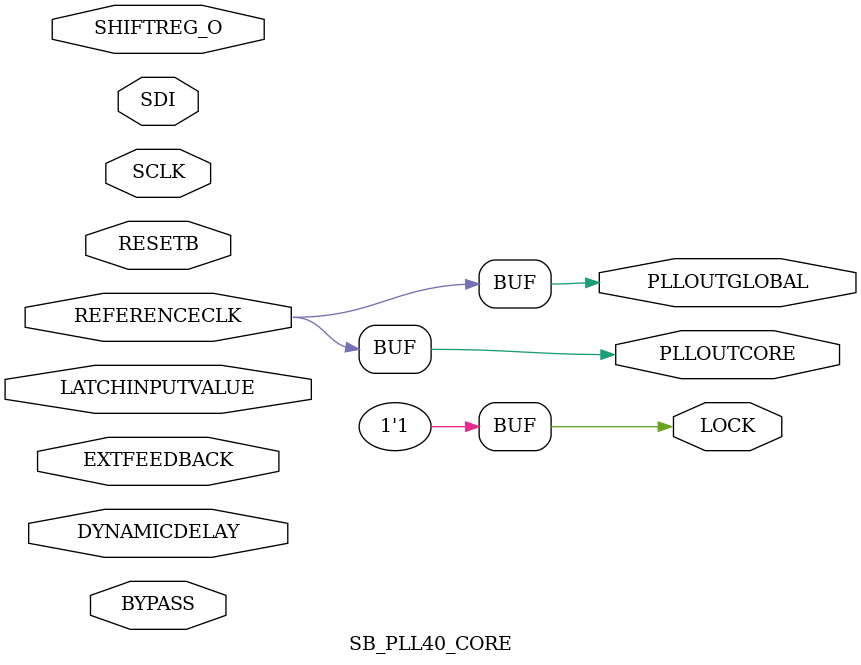
<source format=v>
`timescale 1ns/1ps

module SB_HFOSC (
    input       CLKHFEN,
    input       CLKHFPU,
    output reg  CLKHF
);
    parameter CLKHF_DIV = "0b00";
    initial CLKHF = 0;
    always #41.666 CLKHF = ~CLKHF; // ~12MHz
endmodule

// Mock Lattice iCE40 PLL (Pass-through)
module SB_PLL40_CORE (
    input   REFERENCECLK,
    output  PLLOUTCORE,
    output  PLLOUTGLOBAL,
    input   EXTFEEDBACK,
    input   DYNAMICDELAY,
    output  LOCK,
    input   BYPASS,
    input   RESETB,
    input   LATCHINPUTVALUE,
    input   SDI,
    input   SCLK,
    input   SHIFTREG_O
);
    parameter FEEDBACK_PATH = "SIMPLE";
    parameter PLLOUT_SELECT = "GENCLK";
    parameter DIVR = 4'b0000;
    parameter DIVF = 7'b0000000;
    parameter DIVQ = 3'b000;
    parameter FILTER_RANGE = 3'b000;

    assign PLLOUTCORE = REFERENCECLK;
    assign PLLOUTGLOBAL = REFERENCECLK;
    assign LOCK = 1'b1;
endmodule

</source>
